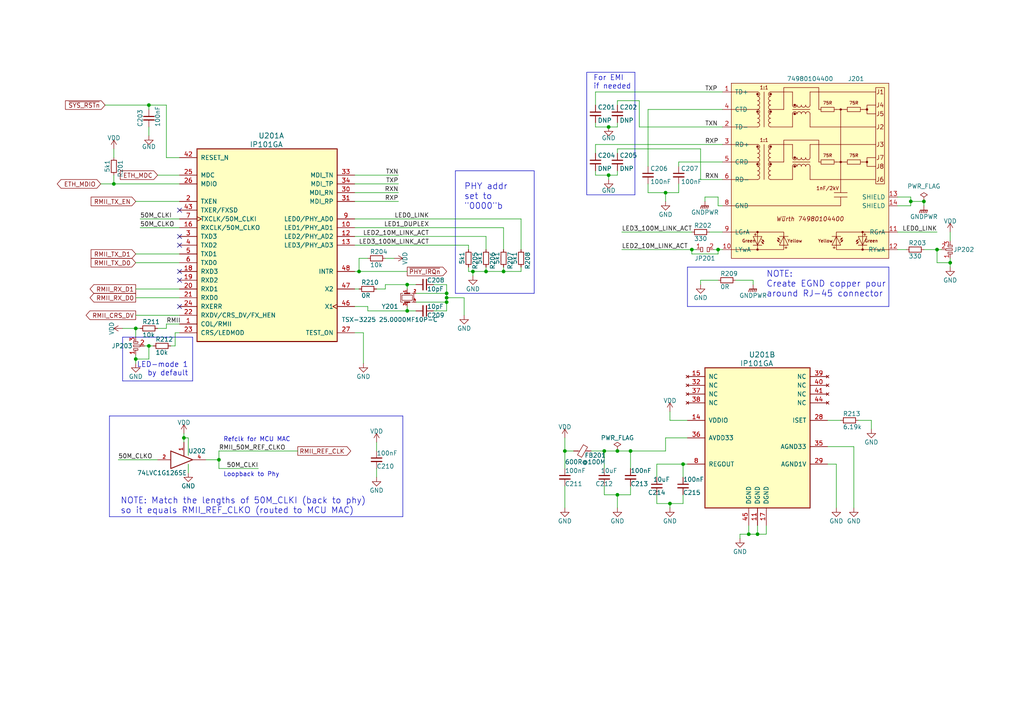
<source format=kicad_sch>
(kicad_sch (version 20231120) (generator "eeschema") (generator_version "8.0")
  (paper "A4")
  (title_block (title "Ethernet PHY & connector") (date "2020-05-03") (rev "R0.1") (company "SolderingStationGroup : Jonny Svärd / Mathias Johansson / Magnus Thulesius"))
  (lib_symbols
    (symbol "74xGxx:74LVC1G126" (pin_names (offset 1.016))
      (property "Reference" "U" (at -2.54 3.81 0))
      (property "Value" "74LVC1G126" (at 0 -3.81 0))
      (symbol "74LVC1G126_1_1"
        (pin input line (at 0 5.08 270) (length 3.937) (name "~") (number "1"))
        (pin input line (at -7.62 0 0) (length 3.81) (name "~") (number "2"))
        (pin power_in line (at 1.27 -1.27 270) (length 0) hide (name "GND") (number "3"))
        (pin tri_state line (at 6.35 0 180) (length 3.81) (name "~") (number "4"))
        (pin power_in line (at 1.27 1.27 90) (length 0) hide (name "VCC") (number "5"))
      )
    )
    (symbol "Device:C_Small" (pin_numbers hide) (pin_names (offset 0.254) hide)
      (property "Reference" "C" (at 0.254 1.778 0))
      (property "Value" "C_Small" (at 0.254 -2.032 0))
      (symbol "C_Small_1_1"
        (pin passive line (at 0 2.54 270) (length 2.032) (name "~") (number "1"))
        (pin passive line (at 0 -2.54 90) (length 2.032) (name "~") (number "2"))
      )
    )
    (symbol "Device:R_Small" (pin_numbers hide) (pin_names (offset 0.254) hide)
      (property "Reference" "R" (at 0.762 0.508 0))
      (property "Value" "R_Small" (at 0.762 -1.016 0))
      (symbol "R_Small_1_1"
        (pin passive line (at 0 2.54 270) (length 0.762) (name "~") (number "1"))
        (pin passive line (at 0 -2.54 90) (length 0.762) (name "~") (number "2"))
      )
    )
    (symbol "customlib_mj:74980104400" (pin_names (offset 1.016))
      (property "Reference" "J" (at -20.32 24.13 0))
      (property "Value" "74980104400" (at 0 24.13 0))
      (symbol "74980104400_0_0"
        (text "+" (at -15.875 -20.955 0) (effects (font (size 0.889 0.889))))
        (text "+" (at -6.985 -24.765 0) (effects (font (size 0.889 0.889))))
        (text "+" (at 6.985 -24.765 0) (effects (font (size 0.889 0.889))))
        (text "+" (at 15.875 -20.955 0) (effects (font (size 0.889 0.889))))
        (text "1:1" (at -13.335 6.35 0) (effects (font (size 1.016 1.016))))
        (text "1:1" (at -13.335 21.59 0) (effects (font (size 1.016 1.016))))
        (text "1nF/2kV" (at 5.08 -7.62 0) (effects (font (size 1.016 1.016))))
        (text "75R" (at 5.08 1.905 0) (effects (font (size 0.889 0.889))))
        (text "75R" (at 5.08 17.145 0) (effects (font (size 0.889 0.889))))
        (text "75R" (at 12.7 1.905 0) (effects (font (size 0.889 0.889))))
        (text "75R" (at 12.7 17.145 0) (effects (font (size 0.889 0.889))))
        (text "Green" (at -17.78 -22.86 0) (effects (font (size 0.889 0.889))))
        (text "Green" (at 17.78 -22.86 0) (effects (font (size 0.889 0.889))))
        (text "J1" (at 20.32 20.32 0) (effects (font (size 1.27 1.27))))
        (text "J2" (at 20.32 10.16 0) (effects (font (size 1.27 1.27))))
        (text "J3" (at 20.32 5.08 0) (effects (font (size 1.27 1.27))))
        (text "J4" (at 20.32 16.51 0) (effects (font (size 1.27 1.27))))
        (text "J5" (at 20.32 13.97 0) (effects (font (size 1.27 1.27))))
        (text "J6" (at 20.32 -5.08 0) (effects (font (size 1.27 1.27))))
        (text "J7" (at 20.32 1.27 0) (effects (font (size 1.27 1.27))))
        (text "J8" (at 20.32 -1.27 0) (effects (font (size 1.27 1.27))))
        (text "Würth 74980104400" (at 0 -16.51 0) (effects (font (size 1.27 1.27) (italic yes))))
        (text "Yellow" (at -4.445 -22.86 0) (effects (font (size 0.889 0.889))))
        (text "Yellow" (at 4.445 -22.86 0) (effects (font (size 0.889 0.889))))
      )
      (symbol "74980104400_0_1"
        (pin passive line (at 25.4 -10.16 180) (length 2.54) (name "SHIELD") (number "13"))
        (pin passive line (at 25.4 -12.7 180) (length 2.54) (name "SHIELD") (number "14"))
      )
      (symbol "74980104400_1_1"
        (pin passive line (at -25.4 20.32 0) (length 2.54) (name "TD+") (number "1"))
        (pin passive line (at -25.4 -25.4 0) (length 2.54) (name "LYwA") (number "10"))
        (pin passive line (at 25.4 -20.32 180) (length 2.54) (name "RGrA") (number "11"))
        (pin passive line (at 25.4 -25.4 180) (length 2.54) (name "RYwA") (number "12"))
        (pin passive line (at -25.4 10.16 0) (length 2.54) (name "TD-") (number "2"))
        (pin passive line (at -25.4 5.08 0) (length 2.54) (name "RD+") (number "3"))
        (pin passive line (at -25.4 15.24 0) (length 2.54) (name "CTD") (number "4"))
        (pin passive line (at -25.4 0 0) (length 2.54) (name "CRD") (number "5"))
        (pin passive line (at -25.4 -5.08 0) (length 2.54) (name "RD-") (number "6"))
        (pin passive line (at -25.4 -12.7 0) (length 2.54) (name "GND") (number "8"))
        (pin passive line (at -25.4 -20.32 0) (length 2.54) (name "LGrA") (number "9"))
      )
    )
    (symbol "customlib_mj:Crystal_TSX3225_25MF10P-C" (pin_names (offset 1.016) hide)
      (property "Reference" "Y" (at 1.27 4.445 0))
      (property "Value" "Crystal_TSX3225_25MF10P-C" (at 1.27 2.54 0))
      (symbol "Crystal_TSX3225_25MF10P-C_1_1"
        (pin passive line (at -2.54 0 0) (length 1.27) (name "1") (number "1"))
        (pin passive line (at -1.27 -2.54 90) (length 0.635) (name "2") (number "2"))
        (pin passive line (at 2.54 0 180) (length 1.27) (name "3") (number "3"))
        (pin passive line (at 1.27 -2.54 90) (length 0.635) (name "4") (number "4"))
      )
    )
    (symbol "customlib_mj:EGND" (power) (pin_names (offset 0))
      (property "Value" "EGND" (at 0 -3.175 0))
      (symbol "EGND_1_1"
        (pin power_in line (at 0 0 270) (length 0) hide (name "GNDPWR") (number "1"))
      )
    )
    (symbol "customlib_mj:Ferrite_Bead_Small" (pin_numbers hide) (pin_names (offset 0))
      (property "Reference" "FB" (at 1.905 1.27 0))
      (property "Value" "Ferrite_Bead_Small" (at 1.905 -1.27 0))
      (symbol "Ferrite_Bead_Small_1_1"
        (pin passive line (at 0 2.54 270) (length 1.27) (name "~") (number "1"))
        (pin passive line (at 0 -2.54 90) (length 1.27) (name "~") (number "2"))
      )
    )
    (symbol "customlib_mj:IP101GA" (pin_names (offset 1.016))
      (property "Reference" "U" (at -13.97 21.59 0))
      (property "Value" "IP101GA" (at 3.81 21.59 0))
      (symbol "IP101GA_1_1"
        (pin bidirectional line (at -25.4 -30.48 0) (length 5.08) (name "COL/RMII") (number "1"))
        (pin bidirectional line (at 25.4 -2.54 180) (length 5.08) (name "LED1/PHY_AD1") (number "10"))
        (pin bidirectional line (at 25.4 -5.08 180) (length 5.08) (name "LED2/PHY_AD2") (number "12"))
        (pin bidirectional line (at 25.4 -7.62 180) (length 5.08) (name "LED3/PHY_AD3") (number "13"))
        (pin output line (at -25.4 -2.54 0) (length 5.08) (name "RXCLK/50M_CLKO") (number "16"))
        (pin output line (at -25.4 -15.24 0) (length 5.08) (name "RXD3") (number "18"))
        (pin output line (at -25.4 -17.78 0) (length 5.08) (name "RXD2") (number "19"))
        (pin input line (at -25.4 5.08 0) (length 5.08) (name "TXEN") (number "2"))
        (pin output line (at -25.4 -20.32 0) (length 5.08) (name "RXD1") (number "20"))
        (pin output line (at -25.4 -22.86 0) (length 5.08) (name "RXD0") (number "21"))
        (pin bidirectional line (at -25.4 -27.94 0) (length 5.08) (name "RXDV/CRS_DV/FX_HEN") (number "22"))
        (pin bidirectional line (at -25.4 -33.02 0) (length 5.08) (name "CRS/LEDMOD") (number "23"))
        (pin output line (at -25.4 -25.4 0) (length 5.08) (name "RXERR") (number "24"))
        (pin input line (at -25.4 12.7 0) (length 5.08) (name "MDC") (number "25"))
        (pin bidirectional line (at -25.4 10.16 0) (length 5.08) (name "MDIO") (number "26"))
        (pin input line (at 25.4 -33.02 180) (length 5.08) (name "TEST_ON") (number "27"))
        (pin input line (at -25.4 -5.08 0) (length 5.08) (name "TXD3") (number "3"))
        (pin bidirectional line (at 25.4 7.62 180) (length 5.08) (name "MDI_RN") (number "30"))
        (pin bidirectional line (at 25.4 5.08 180) (length 5.08) (name "MDI_RP") (number "31"))
        (pin bidirectional line (at 25.4 12.7 180) (length 5.08) (name "MDI_TN") (number "33"))
        (pin bidirectional line (at 25.4 10.16 180) (length 5.08) (name "MDI_TP") (number "34"))
        (pin input line (at -25.4 -7.62 0) (length 5.08) (name "TXD2") (number "4"))
        (pin input line (at -25.4 17.78 0) (length 5.08) (name "RESET_N") (number "42"))
        (pin input line (at -25.4 2.54 0) (length 5.08) (name "TXER/FXSD") (number "43"))
        (pin input clock (at 25.4 -25.4 180) (length 5.08) (name "X1") (number "46"))
        (pin output line (at 25.4 -20.32 180) (length 5.08) (name "X2") (number "47"))
        (pin open_collector line (at 25.4 -15.24 180) (length 5.08) (name "INTR") (number "48"))
        (pin input line (at -25.4 -10.16 0) (length 5.08) (name "TXD1") (number "5"))
        (pin input line (at -25.4 -12.7 0) (length 5.08) (name "TXD0") (number "6"))
        (pin bidirectional clock (at -25.4 0 0) (length 5.08) (name "TXCLK/50M_CLKI") (number "7"))
        (pin bidirectional line (at 25.4 0 180) (length 5.08) (name "LED0/PHY_AD0") (number "9"))
      )
      (symbol "IP101GA_2_1"
        (pin power_in line (at 0 -25.4 90) (length 5.08) (name "DGND") (number "11"))
        (pin power_in line (at -20.32 5.08 0) (length 5.08) (name "VDDIO") (number "14"))
        (pin no_connect line (at -20.32 17.78 0) (length 5.08) (name "NC") (number "15"))
        (pin power_in line (at 2.54 -25.4 90) (length 5.08) (name "DGND") (number "17"))
        (pin passive line (at 20.32 5.08 180) (length 5.08) (name "ISET") (number "28"))
        (pin power_in line (at 20.32 -7.62 180) (length 5.08) (name "AGND1V") (number "29"))
        (pin no_connect line (at -20.32 15.24 0) (length 5.08) (name "NC") (number "32"))
        (pin power_in line (at 20.32 -2.54 180) (length 5.08) (name "AGND33") (number "35"))
        (pin power_in line (at -20.32 0 0) (length 5.08) (name "AVDD33") (number "36"))
        (pin no_connect line (at -20.32 12.7 0) (length 5.08) (name "NC") (number "37"))
        (pin no_connect line (at -20.32 10.16 0) (length 5.08) (name "NC") (number "38"))
        (pin no_connect line (at 20.32 17.78 180) (length 5.08) (name "NC") (number "39"))
        (pin no_connect line (at 20.32 15.24 180) (length 5.08) (name "NC") (number "40"))
        (pin no_connect line (at 20.32 12.7 180) (length 5.08) (name "NC") (number "41"))
        (pin no_connect line (at 20.32 10.16 180) (length 5.08) (name "NC") (number "44"))
        (pin power_in line (at -2.54 -25.4 90) (length 5.08) (name "DGND") (number "45"))
        (pin passive line (at -20.32 -7.62 0) (length 5.08) (name "REGOUT") (number "8"))
      )
    )
    (symbol "customlib_mj:dogbone_2_ud" (pin_names (offset 1.016))
      (property "Reference" "JP" (at 0 -1.905 0))
      (symbol "dogbone_2_ud_1_1"
        (pin passive line (at -2.54 0 0) (length 1.27) (name "~") (number "1"))
        (pin passive line (at 2.54 0 180) (length 1.27) (name "~") (number "2"))
      )
    )
    (symbol "customlib_mj:dogbone_3_ud" (pin_names (offset 1.016))
      (property "Reference" "JP" (at 0 1.905 0))
      (symbol "dogbone_3_ud_1_1"
        (pin passive line (at -2.54 0 0) (length 1.27) (name "~") (number "1"))
        (pin passive line (at 0 -2.54 90) (length 1.27) (name "~") (number "2"))
        (pin passive line (at 2.54 0 180) (length 1.27) (name "~") (number "3"))
      )
    )
    (symbol "power:GND" (power) (pin_names (offset 0))
      (property "Value" "GND" (at 0 -3.81 0))
      (symbol "GND_1_1"
        (pin power_in line (at 0 0 270) (length 0) hide (name "GND") (number "1"))
      )
    )
    (symbol "power:PWR_FLAG" (power) (pin_numbers hide) (pin_names (offset 0) hide)
      (property "Value" "PWR_FLAG" (at 0 3.81 0))
      (symbol "PWR_FLAG_0_0"
        (pin power_out line (at 0 0 90) (length 0) (name "pwr") (number "1"))
      )
    )
    (symbol "power:VDD" (power) (pin_names (offset 0))
      (property "Value" "VDD" (at 0 3.81 0))
      (symbol "VDD_1_1"
        (pin power_in line (at 0 0 90) (length 0) hide (name "VDD") (number "1"))
      )
    )
  )
  (junction (at 176.53 50.8))
  (junction (at 175.26 130.81))
  (junction (at 275.59 76.2))
  (junction (at 137.16 78.74))
  (junction (at 271.78 72.39))
  (junction (at 104.14 78.74))
  (junction (at 194.31 146.05))
  (junction (at 163.83 130.81))
  (junction (at 200.66 72.39))
  (junction (at 182.88 130.81))
  (junction (at 43.18 100.33))
  (junction (at 43.18 30.48))
  (junction (at 33.02 53.34))
  (junction (at 118.11 90.17))
  (junction (at 179.07 143.51))
  (junction (at 129.54 85.09))
  (junction (at 39.37 104.14))
  (junction (at 118.11 82.55))
  (junction (at 267.97 58.42))
  (junction (at 208.28 72.39))
  (junction (at 129.54 86.36))
  (junction (at 198.12 134.62))
  (junction (at 217.17 154.94))
  (junction (at 39.37 95.25))
  (junction (at 179.07 130.81))
  (junction (at 53.34 127))
  (junction (at 219.71 154.94))
  (junction (at 146.05 78.74))
  (junction (at 193.04 55.88))
  (junction (at 140.97 78.74))
  (junction (at 176.53 36.83))
  (junction (at 264.16 58.42))
  (junction (at 129.54 87.63))
  (junction (at 63.5 133.35))
  (no_connect (at 52.07 68.58))
  (no_connect (at 52.07 60.96))
  (no_connect (at 52.07 88.9))
  (no_connect (at 52.07 81.28))
  (no_connect (at 52.07 71.12))
  (no_connect (at 52.07 78.74))
  (wire (pts (xy 271.78 76.2) (xy 275.59 76.2)))
  (wire (pts (xy 194.31 121.92) (xy 194.31 119.38)))
  (wire (pts (xy 179.07 50.8) (xy 179.07 49.53)))
  (wire (pts (xy 182.88 130.81) (xy 179.07 130.81)))
  (wire (pts (xy 264.16 59.69) (xy 260.35 59.69)))
  (wire (pts (xy 196.85 55.88) (xy 196.85 53.34)))
  (wire (pts (xy 203.2 52.07) (xy 203.2 43.18)))
  (wire (pts (xy 39.37 105.41) (xy 39.37 104.14)))
  (wire (pts (xy 176.53 52.07) (xy 176.53 50.8)))
  (wire (pts (xy 208.28 57.15) (xy 204.47 57.15)))
  (wire (pts (xy 129.54 82.55) (xy 129.54 85.09)))
  (wire (pts (xy 40.64 66.04) (xy 52.07 66.04)))
  (wire (pts (xy 59.69 133.35) (xy 63.5 133.35)))
  (wire (pts (xy 193.04 130.81) (xy 182.88 130.81)))
  (wire (pts (xy 39.37 83.82) (xy 52.07 83.82)))
  (wire (pts (xy 196.85 46.99) (xy 209.55 46.99)))
  (wire (pts (xy 106.68 90.17) (xy 106.68 88.9)))
  (wire (pts (xy 102.87 83.82) (xy 104.14 83.82)))
  (wire (pts (xy 271.78 72.39) (xy 271.78 76.2)))
  (wire (pts (xy 102.87 53.34) (xy 115.57 53.34)))
  (wire (pts (xy 53.34 127) (xy 53.34 128.27)))
  (polyline (pts (xy 154.94 85.09) (xy 132.08 85.09)))
  (wire (pts (xy 179.07 143.51) (xy 179.07 147.32)))
  (polyline (pts (xy 31.75 149.86) (xy 31.75 120.65)))
  (polyline (pts (xy 116.84 149.86) (xy 31.75 149.86)))
  (wire (pts (xy 219.71 152.4) (xy 219.71 154.94)))
  (wire (pts (xy 120.65 85.09) (xy 129.54 85.09)))
  (wire (pts (xy 214.63 156.21) (xy 214.63 154.94)))
  (wire (pts (xy 118.11 90.17) (xy 120.65 90.17)))
  (wire (pts (xy 106.68 90.17) (xy 118.11 90.17)))
  (wire (pts (xy 190.5 146.05) (xy 194.31 146.05)))
  (wire (pts (xy 146.05 77.47) (xy 146.05 78.74)))
  (wire (pts (xy 30.48 30.48) (xy 43.18 30.48)))
  (wire (pts (xy 187.96 31.75) (xy 209.55 31.75)))
  (polyline (pts (xy 184.15 20.955) (xy 184.15 56.515)))
  (wire (pts (xy 205.74 67.31) (xy 209.55 67.31)))
  (polyline (pts (xy 35.56 110.49) (xy 35.56 97.79)))
  (wire (pts (xy 140.97 78.74) (xy 146.05 78.74)))
  (wire (pts (xy 172.72 36.83) (xy 176.53 36.83)))
  (polyline (pts (xy 199.39 77.47) (xy 257.81 77.47)))
  (wire (pts (xy 175.26 140.97) (xy 175.26 143.51)))
  (wire (pts (xy 102.87 63.5) (xy 151.13 63.5)))
  (wire (pts (xy 172.72 41.91) (xy 209.55 41.91)))
  (wire (pts (xy 120.65 87.63) (xy 129.54 87.63)))
  (wire (pts (xy 146.05 66.04) (xy 146.05 72.39)))
  (wire (pts (xy 39.37 76.2) (xy 52.07 76.2)))
  (wire (pts (xy 166.37 130.81) (xy 163.83 130.81)))
  (wire (pts (xy 48.26 95.25) (xy 48.26 93.98)))
  (wire (pts (xy 105.41 105.41) (xy 105.41 96.52)))
  (wire (pts (xy 39.37 91.44) (xy 52.07 91.44)))
  (wire (pts (xy 102.87 71.12) (xy 135.89 71.12)))
  (wire (pts (xy 172.72 50.8) (xy 176.53 50.8)))
  (wire (pts (xy 151.13 72.39) (xy 151.13 63.5)))
  (wire (pts (xy 199.39 127) (xy 193.04 127)))
  (wire (pts (xy 53.34 125.73) (xy 53.34 127)))
  (wire (pts (xy 134.62 86.36) (xy 134.62 91.44)))
  (polyline (pts (xy 184.15 56.515) (xy 170.18 56.515)))
  (wire (pts (xy 209.55 59.69) (xy 208.28 59.69)))
  (wire (pts (xy 213.36 81.28) (xy 218.44 81.28)))
  (polyline (pts (xy 154.94 49.53) (xy 154.94 85.09)))
  (wire (pts (xy 260.35 67.31) (xy 271.78 67.31)))
  (wire (pts (xy 102.87 58.42) (xy 115.57 58.42)))
  (wire (pts (xy 39.37 86.36) (xy 52.07 86.36)))
  (wire (pts (xy 129.54 82.55) (xy 125.73 82.55)))
  (wire (pts (xy 260.35 57.15) (xy 264.16 57.15)))
  (wire (pts (xy 267.97 58.42) (xy 267.97 59.69)))
  (wire (pts (xy 102.87 55.88) (xy 115.57 55.88)))
  (wire (pts (xy 102.87 50.8) (xy 115.57 50.8)))
  (wire (pts (xy 52.07 63.5) (xy 40.64 63.5)))
  (wire (pts (xy 200.66 72.39) (xy 200.66 73.66)))
  (wire (pts (xy 176.53 36.83) (xy 179.07 36.83)))
  (wire (pts (xy 194.31 146.05) (xy 194.31 147.32)))
  (wire (pts (xy 111.76 74.93) (xy 114.3 74.93)))
  (polyline (pts (xy 132.08 85.09) (xy 132.08 49.53)))
  (wire (pts (xy 129.54 90.17) (xy 129.54 87.63)))
  (wire (pts (xy 201.93 72.39) (xy 200.66 72.39)))
  (wire (pts (xy 146.05 78.74) (xy 151.13 78.74)))
  (wire (pts (xy 33.02 50.8) (xy 33.02 53.34)))
  (wire (pts (xy 52.07 93.98) (xy 48.26 93.98)))
  (wire (pts (xy 252.73 121.92) (xy 248.92 121.92)))
  (wire (pts (xy 179.07 143.51) (xy 182.88 143.51)))
  (wire (pts (xy 129.54 86.36) (xy 134.62 86.36)))
  (wire (pts (xy 140.97 78.74) (xy 137.16 78.74)))
  (wire (pts (xy 102.87 78.74) (xy 104.14 78.74)))
  (wire (pts (xy 43.18 104.14) (xy 39.37 104.14)))
  (wire (pts (xy 243.84 121.92) (xy 240.03 121.92)))
  (wire (pts (xy 193.04 127) (xy 193.04 130.81)))
  (wire (pts (xy 111.76 83.82) (xy 109.22 83.82)))
  (polyline (pts (xy 132.08 49.53) (xy 154.94 49.53)))
  (wire (pts (xy 50.8 96.52) (xy 52.07 96.52)))
  (wire (pts (xy 187.96 55.88) (xy 193.04 55.88)))
  (wire (pts (xy 140.97 77.47) (xy 140.97 78.74)))
  (wire (pts (xy 39.37 104.14) (xy 39.37 102.87)))
  (wire (pts (xy 182.88 135.89) (xy 182.88 130.81)))
  (wire (pts (xy 198.12 134.62) (xy 198.12 138.43)))
  (wire (pts (xy 194.31 146.05) (xy 198.12 146.05)))
  (polyline (pts (xy 55.88 97.79) (xy 55.88 110.49)))
  (wire (pts (xy 111.76 82.55) (xy 111.76 83.82)))
  (wire (pts (xy 50.8 100.33) (xy 50.8 96.52)))
  (wire (pts (xy 43.18 100.33) (xy 43.18 104.14)))
  (wire (pts (xy 203.2 43.18) (xy 179.07 43.18)))
  (wire (pts (xy 175.26 135.89) (xy 175.26 130.81)))
  (wire (pts (xy 151.13 78.74) (xy 151.13 77.47)))
  (wire (pts (xy 242.57 147.32) (xy 242.57 134.62)))
  (wire (pts (xy 198.12 146.05) (xy 198.12 143.51)))
  (wire (pts (xy 105.41 96.52) (xy 102.87 96.52)))
  (wire (pts (xy 190.5 138.43) (xy 190.5 134.62)))
  (wire (pts (xy 109.22 138.43) (xy 109.22 135.89)))
  (wire (pts (xy 163.83 130.81) (xy 163.83 127)))
  (polyline (pts (xy 170.18 56.515) (xy 170.18 20.955)))
  (wire (pts (xy 129.54 87.63) (xy 129.54 86.36)))
  (wire (pts (xy 172.72 49.53) (xy 172.72 50.8)))
  (wire (pts (xy 275.59 76.2) (xy 275.59 77.47)))
  (wire (pts (xy 264.16 58.42) (xy 267.97 58.42)))
  (wire (pts (xy 104.14 78.74) (xy 118.11 78.74)))
  (wire (pts (xy 190.5 134.62) (xy 198.12 134.62)))
  (wire (pts (xy 63.5 130.81) (xy 86.36 130.81)))
  (wire (pts (xy 264.16 58.42) (xy 264.16 59.69)))
  (wire (pts (xy 172.72 26.67) (xy 172.72 30.48)))
  (wire (pts (xy 43.18 39.37) (xy 43.18 36.83)))
  (wire (pts (xy 45.72 50.8) (xy 52.07 50.8)))
  (wire (pts (xy 187.96 48.26) (xy 187.96 31.75)))
  (wire (pts (xy 264.16 57.15) (xy 264.16 58.42)))
  (wire (pts (xy 45.72 133.35) (xy 34.29 133.35)))
  (wire (pts (xy 175.26 130.81) (xy 171.45 130.81)))
  (wire (pts (xy 39.37 97.79) (xy 39.37 95.25)))
  (wire (pts (xy 214.63 154.94) (xy 217.17 154.94)))
  (wire (pts (xy 129.54 85.09) (xy 129.54 86.36)))
  (polyline (pts (xy 257.81 77.47) (xy 257.81 88.9)))
  (wire (pts (xy 193.04 58.42) (xy 193.04 55.88)))
  (wire (pts (xy 135.89 78.74) (xy 137.16 78.74)))
  (wire (pts (xy 39.37 95.25) (xy 40.64 95.25)))
  (wire (pts (xy 137.16 80.01) (xy 137.16 78.74)))
  (wire (pts (xy 102.87 68.58) (xy 140.97 68.58)))
  (wire (pts (xy 252.73 124.46) (xy 252.73 121.92)))
  (wire (pts (xy 106.68 74.93) (xy 104.14 74.93)))
  (wire (pts (xy 209.55 72.39) (xy 208.28 72.39)))
  (wire (pts (xy 39.37 58.42) (xy 52.07 58.42)))
  (wire (pts (xy 163.83 147.32) (xy 163.83 140.97)))
  (wire (pts (xy 102.87 66.04) (xy 146.05 66.04)))
  (wire (pts (xy 41.91 100.33) (xy 43.18 100.33)))
  (wire (pts (xy 217.17 152.4) (xy 217.17 154.94)))
  (polyline (pts (xy 116.84 120.65) (xy 116.84 149.86)))
  (wire (pts (xy 33.02 53.34) (xy 52.07 53.34)))
  (polyline (pts (xy 257.81 88.9) (xy 199.39 88.9)))
  (wire (pts (xy 200.66 67.31) (xy 180.34 67.31)))
  (wire (pts (xy 63.5 135.89) (xy 74.93 135.89)))
  (wire (pts (xy 109.22 130.81) (xy 109.22 128.27)))
  (wire (pts (xy 275.59 67.31) (xy 275.59 69.85)))
  (wire (pts (xy 267.97 72.39) (xy 271.78 72.39)))
  (polyline (pts (xy 199.39 88.9) (xy 199.39 77.47)))
  (wire (pts (xy 200.66 72.39) (xy 180.34 72.39)))
  (wire (pts (xy 198.12 134.62) (xy 199.39 134.62)))
  (wire (pts (xy 53.34 127) (xy 54.61 127)))
  (wire (pts (xy 176.53 50.8) (xy 179.07 50.8)))
  (wire (pts (xy 33.02 45.72) (xy 33.02 43.18)))
  (wire (pts (xy 104.14 74.93) (xy 104.14 78.74)))
  (wire (pts (xy 172.72 41.91) (xy 172.72 44.45)))
  (wire (pts (xy 39.37 73.66) (xy 52.07 73.66)))
  (wire (pts (xy 29.21 53.34) (xy 33.02 53.34)))
  (wire (pts (xy 172.72 35.56) (xy 172.72 36.83)))
  (wire (pts (xy 106.68 88.9) (xy 102.87 88.9)))
  (wire (pts (xy 275.59 74.93) (xy 275.59 76.2)))
  (wire (pts (xy 242.57 134.62) (xy 240.03 134.62)))
  (wire (pts (xy 271.78 72.39) (xy 273.05 72.39)))
  (wire (pts (xy 200.66 73.66) (xy 208.28 73.66)))
  (wire (pts (xy 111.76 82.55) (xy 118.11 82.55)))
  (wire (pts (xy 125.73 90.17) (xy 129.54 90.17)))
  (polyline (pts (xy 55.88 110.49) (xy 35.56 110.49)))
  (wire (pts (xy 179.07 36.83) (xy 179.07 35.56)))
  (wire (pts (xy 185.42 29.21) (xy 179.07 29.21)))
  (wire (pts (xy 247.65 129.54) (xy 240.03 129.54)))
  (wire (pts (xy 63.5 133.35) (xy 63.5 135.89)))
  (wire (pts (xy 43.18 31.75) (xy 43.18 30.48)))
  (wire (pts (xy 208.28 72.39) (xy 207.01 72.39)))
  (wire (pts (xy 218.44 81.28) (xy 218.44 82.55)))
  (wire (pts (xy 45.72 95.25) (xy 48.26 95.25)))
  (wire (pts (xy 49.53 100.33) (xy 50.8 100.33)))
  (wire (pts (xy 179.07 29.21) (xy 179.07 30.48)))
  (wire (pts (xy 48.26 30.48) (xy 43.18 30.48)))
  (wire (pts (xy 208.28 73.66) (xy 208.28 72.39)))
  (wire (pts (xy 135.89 77.47) (xy 135.89 78.74)))
  (wire (pts (xy 182.88 143.51) (xy 182.88 140.97)))
  (wire (pts (xy 260.35 72.39) (xy 262.89 72.39)))
  (wire (pts (xy 203.2 52.07) (xy 209.55 52.07)))
  (wire (pts (xy 204.47 57.15) (xy 204.47 58.42)))
  (wire (pts (xy 190.5 143.51) (xy 190.5 146.05)))
  (wire (pts (xy 35.56 95.25) (xy 39.37 95.25)))
  (wire (pts (xy 63.5 133.35) (xy 63.5 130.81)))
  (wire (pts (xy 208.28 59.69) (xy 208.28 57.15)))
  (wire (pts (xy 179.07 130.81) (xy 175.26 130.81)))
  (wire (pts (xy 199.39 121.92) (xy 194.31 121.92)))
  (wire (pts (xy 203.2 82.55) (xy 203.2 81.28)))
  (polyline (pts (xy 170.18 20.955) (xy 184.15 20.955)))
  (wire (pts (xy 140.97 68.58) (xy 140.97 72.39)))
  (wire (pts (xy 118.11 83.82) (xy 118.11 82.55)))
  (wire (pts (xy 163.83 130.81) (xy 163.83 135.89)))
  (wire (pts (xy 222.25 154.94) (xy 222.25 152.4)))
  (wire (pts (xy 175.26 143.51) (xy 179.07 143.51)))
  (polyline (pts (xy 35.56 97.79) (xy 55.88 97.79)))
  (wire (pts (xy 196.85 48.26) (xy 196.85 46.99)))
  (wire (pts (xy 187.96 53.34) (xy 187.96 55.88)))
  (wire (pts (xy 135.89 71.12) (xy 135.89 72.39)))
  (wire (pts (xy 118.11 82.55) (xy 120.65 82.55)))
  (wire (pts (xy 185.42 36.83) (xy 209.55 36.83)))
  (wire (pts (xy 217.17 154.94) (xy 219.71 154.94)))
  (wire (pts (xy 179.07 43.18) (xy 179.07 44.45)))
  (wire (pts (xy 193.04 55.88) (xy 196.85 55.88)))
  (wire (pts (xy 54.61 127) (xy 54.61 132.08)))
  (wire (pts (xy 172.72 26.67) (xy 209.55 26.67)))
  (wire (pts (xy 247.65 147.32) (xy 247.65 129.54)))
  (wire (pts (xy 54.61 134.62) (xy 54.61 137.16)))
  (wire (pts (xy 43.18 100.33) (xy 44.45 100.33)))
  (wire (pts (xy 48.26 45.72) (xy 48.26 30.48)))
  (wire (pts (xy 52.07 45.72) (xy 48.26 45.72)))
  (wire (pts (xy 185.42 36.83) (xy 185.42 29.21)))
  (wire (pts (xy 219.71 154.94) (xy 222.25 154.94)))
  (polyline (pts (xy 31.75 120.65) (xy 116.84 120.65)))
  (wire (pts (xy 203.2 81.28) (xy 208.28 81.28)))
  (wire (pts (xy 118.11 88.9) (xy 118.11 90.17)))
  (text "Refclk for MCU MAC" (at 64.77 128.27 0) (effects (font (size 1.27 1.27)) (justify left bottom)))
  (text "NOTE:\nCreate EGND copper pour\naround RJ-45 connector" (at 222.25 86.36 0) (effects (font (size 1.778 1.778)) (justify left bottom)))
  (text "PHY addr \nset to \n\"0000\"b" (at 134.62 60.96 0) (effects (font (size 1.778 1.778)) (justify left bottom)))
  (text "Loopback to Phy" (at 64.77 138.43 0) (effects (font (size 1.27 1.27)) (justify left bottom)))
  (text "For EMI\nif needed" (at 172.085 26.035 0) (effects (font (size 1.524 1.524)) (justify left bottom)))
  (text "LED-mode 1\nby default" (at 54.61 109.22 0) (effects (font (size 1.524 1.524)) (justify right bottom)))
  (text "NOTE: Match the lengths of 50M_CLKI (back to phy)\nso it equals RMII_REF_CLKO (routed to MCU MAC)" (at 34.925 149.225 0) (effects (font (size 1.778 1.778)) (justify left bottom)))
  (label "LED1_DUPLEX" (at 124.46 66.04 180))
  (label "50M_CLKO" (at 34.29 133.35 0))
  (label "TXN" (at 204.47 36.83 0))
  (label "50M_CLKI" (at 40.64 63.5 0))
  (label "RXN" (at 115.57 55.88 180))
  (label "LED2_10M_LINK_ACT" (at 180.34 72.39 0))
  (label "RXN" (at 204.47 52.07 0))
  (label "TXN" (at 115.57 50.8 180))
  (label "LED0_LINK" (at 124.46 63.5 180))
  (label "RXP" (at 115.57 58.42 180))
  (label "TXP" (at 115.57 53.34 180))
  (label "50M_CLKI" (at 74.93 135.89 180))
  (label "RMII" (at 48.26 93.98 0))
  (label "50M_CLKO" (at 40.64 66.04 0))
  (label "RXP" (at 204.47 41.91 0))
  (label "TXP" (at 204.47 26.67 0))
  (label "RMII_50M_REF_CLKO" (at 63.5 130.81 0))
  (label "LED3_100M_LINK_ACT" (at 180.34 67.31 0))
  (label "LED2_10M_LINK_ACT" (at 124.46 68.58 180))
  (label "LED0_LINK" (at 271.78 67.31 180))
  (label "LED3_100M_LINK_ACT" (at 124.46 71.12 180))
  (global_label "RMII_TX_D0" (shape input) (at 39.37 76.2 180) (property "Intersheetrefs" "${INTERSHEET_REFS}" (effects (hide yes))))
  (global_label "RMII_TX_EN" (shape input) (at 39.37 58.42 180) (property "Intersheetrefs" "${INTERSHEET_REFS}" (effects (hide yes))))
  (global_label "RMII_REF_CLK" (shape output) (at 86.36 130.81 0) (property "Intersheetrefs" "${INTERSHEET_REFS}" (effects (hide yes))))
  (global_label "RMII_RX_D1" (shape output) (at 39.37 83.82 180) (property "Intersheetrefs" "${INTERSHEET_REFS}" (effects (hide yes))))
  (global_label "ETH_MDIO" (shape bidirectional) (at 29.21 53.34 180) (property "Intersheetrefs" "${INTERSHEET_REFS}" (effects (hide yes))))
  (global_label "RMII_TX_D1" (shape input) (at 39.37 73.66 180) (property "Intersheetrefs" "${INTERSHEET_REFS}" (effects (hide yes))))
  (global_label "RMII_CRS_DV" (shape output) (at 39.37 91.44 180) (property "Intersheetrefs" "${INTERSHEET_REFS}" (effects (hide yes))))
  (global_label "~{SYS_RSTn}" (shape input) (at 30.48 30.48 180) (property "Intersheetrefs" "${INTERSHEET_REFS}" (effects (hide yes))))
  (global_label "~{PHY_IRQn}" (shape output) (at 118.11 78.74 0) (property "Intersheetrefs" "${INTERSHEET_REFS}" (effects (hide yes))))
  (global_label "ETH_MDC" (shape input) (at 45.72 50.8 180) (property "Intersheetrefs" "${INTERSHEET_REFS}" (effects (hide yes))))
  (global_label "RMII_RX_D0" (shape output) (at 39.37 86.36 180) (property "Intersheetrefs" "${INTERSHEET_REFS}" (effects (hide yes))))
  (symbol (lib_id "customlib_mj:IP101GA") (at 77.47 63.5 0) (unit 1)
    (property "Reference" "U201" (at 74.93 39.37 0) (effects (font (size 1.524 1.524)) (justify left)))
    (property "Value" "IP101GA" (at 72.39 41.91 0) (effects (font (size 1.524 1.524)) (justify left)))
    (property "Footprint" "Package_QFP:LQFP-48_7x7mm_P0.5mm" (effects (hide yes)))
    (property "Datasheet" "http://www.bdtic.com/DataSheet/ICplus/IP101G_DS_R01_20121224.pdf" (effects (hide yes)))
    (property "manf#" "IP101GA" (effects (hide yes)))
    (property "Field5" "Single port 10/100 MII/RMII Fast Ethernet Phy transceiver, Auto MDI/MDIX, 3.3V, 25/50MHz, integrated 49.9Ohm termination resistors. 7X7mm LQFP-48 0.5mm" (effects (hide yes)))
    (property "JLC_part" "Extended" (effects (hide yes)))
    (property "LCSC" "C336124" (effects (hide yes)))
  )
  (symbol (lib_id "customlib_mj:IP101GA") (at 219.71 127 0) (unit 2)
    (property "Reference" "U201" (at 217.17 102.87 0) (effects (font (size 1.524 1.524)) (justify left)))
    (property "Value" "IP101GA" (at 214.63 105.41 0) (effects (font (size 1.524 1.524)) (justify left)))
    (property "Footprint" "Package_QFP:LQFP-48_7x7mm_P0.5mm" (effects (hide yes)))
    (property "Datasheet" "http://www.bdtic.com/DataSheet/ICplus/IP101G_DS_R01_20121224.pdf" (effects (hide yes)))
    (property "manf#" "IP101GA" (effects (hide yes)))
    (property "Field5" "Single port 10/100 MII/RMII Fast Ethernet Phy transceiver, Auto MDI/MDIX, 3.3V, 25/50MHz, integrated 49.9Ohm termination resistors. 7X7mm LQFP-48 0.5mm" (effects (hide yes)))
    (property "JLC_part" "Extended" (effects (hide yes)))
    (property "LCSC" "C336124" (effects (hide yes)))
  )
  (symbol (lib_id "customlib_mj:74980104400") (at 234.95 46.99 0) (unit 1)
    (property "Reference" "J201" (at 248.285 22.86 0))
    (property "Value" "74980104400" (at 234.95 22.86 0))
    (property "Footprint" "customlib_mj_fp:74980104400_WE-RJ45_LAN_trx" (effects (hide yes)))
    (property "Datasheet" "https://www.we-online.com/catalog/datasheet/74980104400.pdf" (effects (hide yes)))
  )
  (symbol (lib_id "Device:R_Small") (at 109.22 74.93 270) (unit 1)
    (property "Reference" "R204" (at 107.315 73.025 90) (effects (justify left)))
    (property "Value" "10k" (at 107.315 76.835 90) (effects (justify left)))
    (property "Footprint" "Resistor_SMD:R_0402_1005Metric" (effects (hide yes)))
    (property "JLC_part" "Basic" (effects (hide yes)))
    (property "LCSC" "C25744" (effects (hide yes)))
  )
  (symbol (lib_id "customlib_mj:Ferrite_Bead_Small") (at 168.91 130.81 270) (unit 1)
    (property "Reference" "FB201" (at 169.545 132.08 90) (effects (justify left)))
    (property "Value" "600R@100M" (at 163.83 133.985 90) (effects (justify left)))
    (property "Footprint" "Inductor_SMD:L_0603_1608Metric" (effects (hide yes)))
    (property "Datasheet" "https://datasheet.lcsc.com/szlcsc/Sunlord-GZ2012D601TF_C1017.pdf" (effects (hide yes)))
    (property "JLC_part" "Basic" (effects (hide yes)))
    (property "LCSC" "C1017" (effects (hide yes)))
  )
  (symbol (lib_id "power:GND") (at 214.63 156.21 0) (unit 1)
    (property "Reference" "#PWR0230" (effects (hide yes)))
    (property "Value" "GND" (at 214.63 160.02 0))
  )
  (symbol (lib_id "Device:C_Small") (at 182.88 138.43 0) (unit 1)
    (property "Reference" "C213" (at 182.88 140.335 0) (effects (justify left)))
    (property "Value" "100nF" (at 182.88 136.525 0) (effects (justify left)))
    (property "Footprint" "Capacitor_SMD:C_0402_1005Metric" (effects (hide yes)))
    (property "JLC_part" "Basic" (effects (hide yes)))
    (property "LCSC" "C1525" (effects (hide yes)))
  )
  (symbol (lib_id "Device:C_Small") (at 175.26 138.43 0) (mirror y) (unit 1)
    (property "Reference" "C212" (at 177.8 140.335 0) (effects (justify left)))
    (property "Value" "10uF" (at 179.07 136.525 0) (effects (justify left)))
    (property "Footprint" "Capacitor_SMD:C_0402_1005Metric" (effects (hide yes)))
    (property "JLC_part" "Basic" (effects (hide yes)))
    (property "LCSC" "C15525" (effects (hide yes)))
  )
  (symbol (lib_id "power:VDD") (at 163.83 127 0) (unit 1)
    (property "Reference" "#PWR0221" (effects (hide yes)))
    (property "Value" "VDD" (at 163.83 123.825 0))
  )
  (symbol (lib_id "power:GND") (at 179.07 147.32 0) (unit 1)
    (property "Reference" "#PWR0226" (effects (hide yes)))
    (property "Value" "GND" (at 179.07 151.13 0))
  )
  (symbol (lib_id "power:GND") (at 242.57 147.32 0) (unit 1)
    (property "Reference" "#PWR0228" (effects (hide yes)))
    (property "Value" "GND" (at 242.57 151.13 0))
  )
  (symbol (lib_id "power:GND") (at 247.65 147.32 0) (unit 1)
    (property "Reference" "#PWR0229" (effects (hide yes)))
    (property "Value" "GND" (at 247.65 151.13 0))
  )
  (symbol (lib_id "Device:C_Small") (at 198.12 140.97 0) (unit 1)
    (property "Reference" "C215" (at 198.12 142.875 0) (effects (justify left)))
    (property "Value" "100nF" (at 198.12 139.065 0) (effects (justify left)))
    (property "Footprint" "Capacitor_SMD:C_0402_1005Metric" (effects (hide yes)))
    (property "JLC_part" "Basic" (effects (hide yes)))
    (property "LCSC" "C1525" (effects (hide yes)))
  )
  (symbol (lib_id "Device:C_Small") (at 190.5 140.97 0) (mirror y) (unit 1)
    (property "Reference" "C214" (at 193.04 142.875 0) (effects (justify left)))
    (property "Value" "10uF" (at 194.31 139.065 0) (effects (justify left)))
    (property "Footprint" "Capacitor_SMD:C_0402_1005Metric" (effects (hide yes)))
    (property "JLC_part" "Basic" (effects (hide yes)))
    (property "LCSC" "C15525" (effects (hide yes)))
  )
  (symbol (lib_id "power:GND") (at 194.31 147.32 0) (unit 1)
    (property "Reference" "#PWR0227" (effects (hide yes)))
    (property "Value" "GND" (at 194.31 151.13 0))
  )
  (symbol (lib_id "power:VDD") (at 194.31 119.38 0) (unit 1)
    (property "Reference" "#PWR0218" (effects (hide yes)))
    (property "Value" "VDD" (at 194.31 116.205 0))
  )
  (symbol (lib_id "Device:R_Small") (at 246.38 121.92 270) (unit 1)
    (property "Reference" "R213" (at 244.475 120.015 90) (effects (justify left)))
    (property "Value" "6.19k" (at 244.475 123.825 90) (effects (justify left)))
    (property "Footprint" "Resistor_SMD:R_0402_1005Metric" (effects (hide yes)))
    (property "JLC_part" "Extended" (effects (hide yes)))
    (property "LCSC" "C25914" (effects (hide yes)))
  )
  (symbol (lib_id "power:GND") (at 252.73 124.46 0) (unit 1)
    (property "Reference" "#PWR0219" (effects (hide yes)))
    (property "Value" "GND" (at 252.73 128.27 0))
  )
  (symbol (lib_id "power:GND") (at 105.41 105.41 0) (unit 1)
    (property "Reference" "#PWR0217" (effects (hide yes)))
    (property "Value" "GND" (at 105.41 109.22 0))
  )
  (symbol (lib_id "power:VDD") (at 114.3 74.93 270) (unit 1)
    (property "Reference" "#PWR0209" (effects (hide yes)))
    (property "Value" "VDD" (at 117.475 74.93 0))
  )
  (symbol (lib_id "Device:R_Small") (at 106.68 83.82 270) (unit 1)
    (property "Reference" "R210" (at 104.775 81.915 90) (effects (justify left)))
    (property "Value" "0R" (at 104.775 85.725 90) (effects (justify left)))
    (property "Footprint" "Resistor_SMD:R_0402_1005Metric" (effects (hide yes)))
    (property "JLC_part" "Basic" (effects (hide yes)))
    (property "LCSC" "C17168" (effects (hide yes)))
  )
  (symbol (lib_id "Device:C_Small") (at 123.19 90.17 270) (unit 1)
    (property "Reference" "C209" (at 123.825 91.44 90) (effects (justify left)))
    (property "Value" "10pF" (at 123.825 88.9 90) (effects (justify left)))
    (property "Footprint" "Capacitor_SMD:C_0402_1005Metric" (effects (hide yes)))
    (property "JLC_part" "Basic" (effects (hide yes)))
    (property "LCSC" "C32949" (effects (hide yes)))
  )
  (symbol (lib_id "Device:C_Small") (at 123.19 82.55 270) (mirror x) (unit 1)
    (property "Reference" "C208" (at 123.825 81.28 90) (effects (justify left)))
    (property "Value" "10pF" (at 123.825 83.82 90) (effects (justify left)))
    (property "Footprint" "Capacitor_SMD:C_0402_1005Metric" (effects (hide yes)))
    (property "JLC_part" "Basic" (effects (hide yes)))
    (property "LCSC" "C32949" (effects (hide yes)))
  )
  (symbol (lib_id "power:GND") (at 134.62 91.44 0) (unit 1)
    (property "Reference" "#PWR0214" (effects (hide yes)))
    (property "Value" "GND" (at 134.62 95.25 0))
  )
  (symbol (lib_id "Device:C_Small") (at 43.18 34.29 0) (unit 1)
    (property "Reference" "C203" (at 40.64 36.83 90) (effects (justify left)))
    (property "Value" "100nF" (at 45.72 36.83 90) (effects (justify left)))
    (property "Footprint" "Capacitor_SMD:C_0402_1005Metric" (effects (hide yes)))
    (property "JLC_part" "Basic" (effects (hide yes)))
    (property "LCSC" "C1525" (effects (hide yes)))
  )
  (symbol (lib_id "power:GND") (at 43.18 39.37 0) (unit 1)
    (property "Reference" "#PWR0202" (effects (hide yes)))
    (property "Value" "GND" (at 43.18 42.545 0))
  )
  (symbol (lib_id "Device:R_Small") (at 43.18 95.25 270) (unit 1)
    (property "Reference" "R211" (at 41.275 93.345 90) (effects (justify left)))
    (property "Value" "10k" (at 41.275 97.155 90) (effects (justify left)))
    (property "Footprint" "Resistor_SMD:R_0402_1005Metric" (effects (hide yes)))
    (property "JLC_part" "Basic" (effects (hide yes)))
    (property "LCSC" "C25744" (effects (hide yes)))
  )
  (symbol (lib_id "power:VDD") (at 35.56 95.25 90) (unit 1)
    (property "Reference" "#PWR0215" (effects (hide yes)))
    (property "Value" "VDD" (at 32.385 95.25 0))
  )
  (symbol (lib_id "Device:R_Small") (at 46.99 100.33 270) (unit 1)
    (property "Reference" "R212" (at 45.085 98.425 90) (effects (justify left)))
    (property "Value" "10k" (at 45.085 102.235 90) (effects (justify left)))
    (property "Footprint" "Resistor_SMD:R_0402_1005Metric" (effects (hide yes)))
    (property "JLC_part" "Basic" (effects (hide yes)))
    (property "LCSC" "C25744" (effects (hide yes)))
  )
  (symbol (lib_id "power:GND") (at 39.37 105.41 0) (unit 1)
    (property "Reference" "#PWR0216" (effects (hide yes)))
    (property "Value" "GND" (at 39.37 109.22 0))
  )
  (symbol (lib_id "customlib_mj:EGND") (at 204.47 58.42 0) (unit 1)
    (property "Reference" "#PWR0206" (effects (hide yes)))
    (property "Value" "GNDPWR" (at 204.47 61.595 0))
  )
  (symbol (lib_id "Device:C_Small") (at 196.85 50.8 0) (unit 1)
    (property "Reference" "C207" (at 197.485 48.895 0) (effects (justify left)))
    (property "Value" "100nF" (at 197.485 52.705 0) (effects (justify left)))
    (property "Footprint" "Capacitor_SMD:C_0402_1005Metric" (effects (hide yes)))
    (property "JLC_part" "Basic" (effects (hide yes)))
    (property "LCSC" "C1525" (effects (hide yes)))
  )
  (symbol (lib_id "Device:C_Small") (at 187.96 50.8 0) (unit 1)
    (property "Reference" "C206" (at 188.595 48.895 0) (effects (justify left)))
    (property "Value" "100nF" (at 188.595 52.705 0) (effects (justify left)))
    (property "Footprint" "Capacitor_SMD:C_0402_1005Metric" (effects (hide yes)))
    (property "JLC_part" "Basic" (effects (hide yes)))
    (property "LCSC" "C1525" (effects (hide yes)))
  )
  (symbol (lib_id "power:GND") (at 193.04 58.42 0) (unit 1)
    (property "Reference" "#PWR0205" (effects (hide yes)))
    (property "Value" "GND" (at 193.04 62.23 0))
  )
  (symbol (lib_id "power:GND") (at 275.59 77.47 0) (unit 1)
    (property "Reference" "#PWR0210" (effects (hide yes)))
    (property "Value" "GND" (at 275.59 81.28 0))
  )
  (symbol (lib_id "Device:R_Small") (at 203.2 67.31 270) (unit 1)
    (property "Reference" "R202" (at 201.295 65.405 90) (effects (justify left)))
    (property "Value" "330" (at 201.295 69.215 90) (effects (justify left)))
    (property "Footprint" "Resistor_SMD:R_0402_1005Metric" (effects (hide yes)))
    (property "JLC_part" "Basic" (effects (hide yes)))
    (property "LCSC" "C25104" (effects (hide yes)))
  )
  (symbol (lib_id "Device:R_Small") (at 265.43 72.39 270) (unit 1)
    (property "Reference" "R203" (at 263.525 70.485 90) (effects (justify left)))
    (property "Value" "330" (at 263.525 74.295 90) (effects (justify left)))
    (property "Footprint" "Resistor_SMD:R_0402_1005Metric" (effects (hide yes)))
    (property "JLC_part" "Basic" (effects (hide yes)))
    (property "LCSC" "C25104" (effects (hide yes)))
  )
  (symbol (lib_id "74xGxx:74LVC1G126") (at 53.34 133.35 0) (unit 1)
    (property "Reference" "U202" (at 57.15 130.81 0))
    (property "Value" "74LVC1G126SE" (at 46.99 137.16 0))
    (property "Footprint" "Package_TO_SOT_SMD:SOT-353_SC-70-5_Handsoldering" (effects (hide yes)))
    (property "Datasheet" "http://www.ti.com/lit/sg/scyt129e/scyt129e.pdf" (effects (hide yes)))
    (property "JLC_part" "Extended" (effects (hide yes)))
    (property "LCSC" "C88039" (effects (hide yes)))
  )
  (symbol (lib_id "power:GND") (at 54.61 137.16 0) (unit 1)
    (property "Reference" "#PWR0223" (effects (hide yes)))
    (property "Value" "GND" (at 54.61 140.97 0))
  )
  (symbol (lib_id "power:VDD") (at 53.34 125.73 0) (unit 1)
    (property "Reference" "#PWR0220" (effects (hide yes)))
    (property "Value" "VDD" (at 53.34 122.555 0))
  )
  (symbol (lib_id "Device:R_Small") (at 135.89 74.93 180) (unit 1)
    (property "Reference" "R205" (at 137.795 73.025 90) (effects (justify left)))
    (property "Value" "5k1" (at 133.985 73.025 90) (effects (justify left)))
    (property "Footprint" "Resistor_SMD:R_0402_1005Metric" (effects (hide yes)))
    (property "JLC_part" "Basic" (effects (hide yes)))
    (property "LCSC" "C25905" (effects (hide yes)))
  )
  (symbol (lib_id "Device:R_Small") (at 140.97 74.93 180) (unit 1)
    (property "Reference" "R206" (at 142.875 73.025 90) (effects (justify left)))
    (property "Value" "5k1" (at 139.065 73.025 90) (effects (justify left)))
    (property "Footprint" "Resistor_SMD:R_0402_1005Metric" (effects (hide yes)))
    (property "JLC_part" "Basic" (effects (hide yes)))
    (property "LCSC" "C25905" (effects (hide yes)))
  )
  (symbol (lib_id "Device:R_Small") (at 146.05 74.93 180) (unit 1)
    (property "Reference" "R207" (at 147.955 73.025 90) (effects (justify left)))
    (property "Value" "5k1" (at 144.145 73.025 90) (effects (justify left)))
    (property "Footprint" "Resistor_SMD:R_0402_1005Metric" (effects (hide yes)))
    (property "JLC_part" "Basic" (effects (hide yes)))
    (property "LCSC" "C25905" (effects (hide yes)))
  )
  (symbol (lib_id "Device:R_Small") (at 151.13 74.93 180) (unit 1)
    (property "Reference" "R208" (at 153.035 73.025 90) (effects (justify left)))
    (property "Value" "5k1" (at 149.225 73.025 90) (effects (justify left)))
    (property "Footprint" "Resistor_SMD:R_0402_1005Metric" (effects (hide yes)))
    (property "JLC_part" "Basic" (effects (hide yes)))
    (property "LCSC" "C25905" (effects (hide yes)))
  )
  (symbol (lib_id "power:GND") (at 137.16 80.01 0) (unit 1)
    (property "Reference" "#PWR0211" (effects (hide yes)))
    (property "Value" "GND" (at 137.16 83.82 0))
  )
  (symbol (lib_id "customlib_mj:EGND") (at 267.97 59.69 0) (unit 1)
    (property "Reference" "#PWR0207" (effects (hide yes)))
    (property "Value" "GNDPWR" (at 267.97 62.865 0))
  )
  (symbol (lib_id "customlib_mj:EGND") (at 218.44 82.55 0) (unit 1)
    (property "Reference" "#PWR0213" (effects (hide yes)))
    (property "Value" "GNDPWR" (at 218.44 85.725 0))
  )
  (symbol (lib_id "power:GND") (at 203.2 82.55 0) (unit 1)
    (property "Reference" "#PWR0212" (effects (hide yes)))
    (property "Value" "GND" (at 203.2 86.36 0))
  )
  (symbol (lib_id "Device:C_Small") (at 179.07 46.99 0) (unit 1)
    (property "Reference" "C205" (at 179.705 45.085 0) (effects (justify left)))
    (property "Value" "DNP" (at 179.705 48.895 0) (effects (justify left)))
    (property "Footprint" "Capacitor_SMD:C_0402_1005Metric" (effects (hide yes)))
    (property "Datasheet" "(10pF 0402)" (effects (hide yes)))
    (property "JLC_part" "Basic" (effects (hide yes)))
    (property "LCSC" "C32949" (effects (hide yes)))
  )
  (symbol (lib_id "Device:C_Small") (at 172.72 46.99 0) (unit 1)
    (property "Reference" "C204" (at 173.355 45.085 0) (effects (justify left)))
    (property "Value" "DNP" (at 173.355 48.895 0) (effects (justify left)))
    (property "Footprint" "Capacitor_SMD:C_0402_1005Metric" (effects (hide yes)))
    (property "Datasheet" "(10pF 0402)" (effects (hide yes)))
    (property "JLC_part" "Basic" (effects (hide yes)))
    (property "LCSC" "C32949" (effects (hide yes)))
  )
  (symbol (lib_id "Device:C_Small") (at 179.07 33.02 0) (unit 1)
    (property "Reference" "C202" (at 179.705 31.115 0) (effects (justify left)))
    (property "Value" "DNP" (at 179.705 34.925 0) (effects (justify left)))
    (property "Footprint" "Capacitor_SMD:C_0402_1005Metric" (effects (hide yes)))
    (property "Datasheet" "(10pF 0402)" (effects (hide yes)))
    (property "JLC_part" "Basic" (effects (hide yes)))
    (property "LCSC" "C32949" (effects (hide yes)))
  )
  (symbol (lib_id "Device:C_Small") (at 172.72 33.02 0) (unit 1)
    (property "Reference" "C201" (at 173.355 31.115 0) (effects (justify left)))
    (property "Value" "DNP" (at 173.355 34.925 0) (effects (justify left)))
    (property "Footprint" "Capacitor_SMD:C_0402_1005Metric" (effects (hide yes)))
    (property "Datasheet" "(10pF 0402)" (effects (hide yes)))
    (property "JLC_part" "Basic" (effects (hide yes)))
    (property "LCSC" "C32949" (effects (hide yes)))
  )
  (symbol (lib_id "power:GND") (at 176.53 52.07 0) (unit 1)
    (property "Reference" "#PWR0204" (effects (hide yes)))
    (property "Value" "GND" (at 176.53 55.245 0))
  )
  (symbol (lib_id "power:GND") (at 176.53 36.83 0) (unit 1)
    (property "Reference" "#PWR0201" (effects (hide yes)))
    (property "Value" "GND" (at 176.53 40.005 0))
  )
  (symbol (lib_id "Device:R_Small") (at 33.02 48.26 180) (unit 1)
    (property "Reference" "R201" (at 34.925 46.355 90) (effects (justify left)))
    (property "Value" "5k1" (at 31.115 46.355 90) (effects (justify left)))
    (property "Footprint" "Resistor_SMD:R_0402_1005Metric" (effects (hide yes)))
    (property "JLC_part" "Basic" (effects (hide yes)))
    (property "LCSC" "C25905" (effects (hide yes)))
  )
  (symbol (lib_id "power:VDD") (at 33.02 43.18 0) (unit 1)
    (property "Reference" "#PWR0203" (effects (hide yes)))
    (property "Value" "VDD" (at 33.02 40.005 0))
  )
  (symbol (lib_id "Device:C_Small") (at 163.83 138.43 0) (unit 1)
    (property "Reference" "C211" (at 163.83 140.335 0) (effects (justify left)))
    (property "Value" "100nF" (at 163.83 136.525 0) (effects (justify left)))
    (property "Footprint" "Capacitor_SMD:C_0402_1005Metric" (effects (hide yes)))
    (property "JLC_part" "Basic" (effects (hide yes)))
    (property "LCSC" "C1525" (effects (hide yes)))
  )
  (symbol (lib_id "power:GND") (at 163.83 147.32 0) (unit 1)
    (property "Reference" "#PWR0225" (effects (hide yes)))
    (property "Value" "GND" (at 163.83 151.13 0))
  )
  (symbol (lib_id "power:VDD") (at 275.59 67.31 0) (unit 1)
    (property "Reference" "#PWR0208" (effects (hide yes)))
    (property "Value" "VDD" (at 275.59 64.135 0))
  )
  (symbol (lib_id "Device:R_Small") (at 210.82 81.28 270) (unit 1)
    (property "Reference" "R209" (at 208.915 79.375 90) (effects (justify left)))
    (property "Value" "0R" (at 208.915 83.185 90) (effects (justify left)))
    (property "Footprint" "Resistor_SMD:R_0402_1005Metric" (effects (hide yes)))
    (property "JLC_part" "Basic" (effects (hide yes)))
    (property "LCSC" "C17168" (effects (hide yes)))
  )
  (symbol (lib_id "customlib_mj:Crystal_TSX3225_25MF10P-C") (at 118.11 86.36 90) (mirror x) (unit 1)
    (property "Reference" "Y201" (at 115.57 88.9 90) (effects (justify left)))
    (property "Value" "TSX-3225 25.0000MF10P-C" (at 127 92.71 90) (effects (justify left)))
    (property "Footprint" "Crystal:Crystal_SMD_SeikoEpson_TSX3225-4Pin_3.2x2.5mm" (effects (hide yes)))
    (property "Datasheet" "https://www.mouser.se/datasheet/2/137/FA-238_en-932914.pdf" (effects (hide yes)))
    (property "JLC_part" "Basic" (effects (hide yes)))
    (property "LCSC" "C9006" (effects (hide yes)))
  )
  (symbol (lib_id "Device:C_Small") (at 109.22 133.35 0) (unit 1)
    (property "Reference" "C210" (at 109.22 135.255 0) (effects (justify left)))
    (property "Value" "100nF" (at 109.22 131.445 0) (effects (justify left)))
    (property "Footprint" "Capacitor_SMD:C_0402_1005Metric" (effects (hide yes)))
    (property "JLC_part" "Basic" (effects (hide yes)))
    (property "LCSC" "C1525" (effects (hide yes)))
  )
  (symbol (lib_id "power:VDD") (at 109.22 128.27 0) (unit 1)
    (property "Reference" "#PWR0222" (effects (hide yes)))
    (property "Value" "VDD" (at 109.22 125.095 0))
  )
  (symbol (lib_id "power:GND") (at 109.22 138.43 0) (unit 1)
    (property "Reference" "#PWR0224" (effects (hide yes)))
    (property "Value" "GND" (at 109.22 142.24 0))
  )
  (symbol (lib_id "customlib_mj:dogbone_3_ud") (at 275.59 72.39 270) (mirror x) (unit 1)
    (property "Reference" "JP202" (at 279.5524 72.39 90))
    (property "Value" "dogbone_3_ud" (effects (hide yes)))
    (property "Footprint" "customlib_mj_fp:db3_ud_0402" (effects (hide yes)))
  )
  (symbol (lib_id "customlib_mj:dogbone_3_ud") (at 39.37 100.33 90) (unit 1)
    (property "Reference" "JP203" (at 35.4076 100.33 90))
    (property "Value" "dogbone_3_ud" (effects (hide yes)))
    (property "Footprint" "customlib_mj_fp:db3_ud_0402" (effects (hide yes)))
  )
  (symbol (lib_id "power:PWR_FLAG") (at 179.07 130.81 0) (unit 1)
    (property "Reference" "#FLG0202" (effects (hide yes)))
    (property "Value" "PWR_FLAG" (at 179.07 127 0))
  )
  (symbol (lib_id "customlib_mj:dogbone_2_ud") (at 204.47 72.39 0) (unit 1)
    (property "Reference" "JP201" (at 204.47 74.93 0))
    (property "Value" "dogbone_2_ud" (effects (hide yes)))
    (property "Footprint" "customlib_mj_fp:db2_ud_0402" (effects (hide yes)))
  )
  (symbol (lib_id "power:PWR_FLAG") (at 267.97 58.42 0) (unit 1)
    (property "Reference" "#FLG0201" (effects (hide yes)))
    (property "Value" "PWR_FLAG" (at 267.97 54.0258 0))
  )
)
</source>
